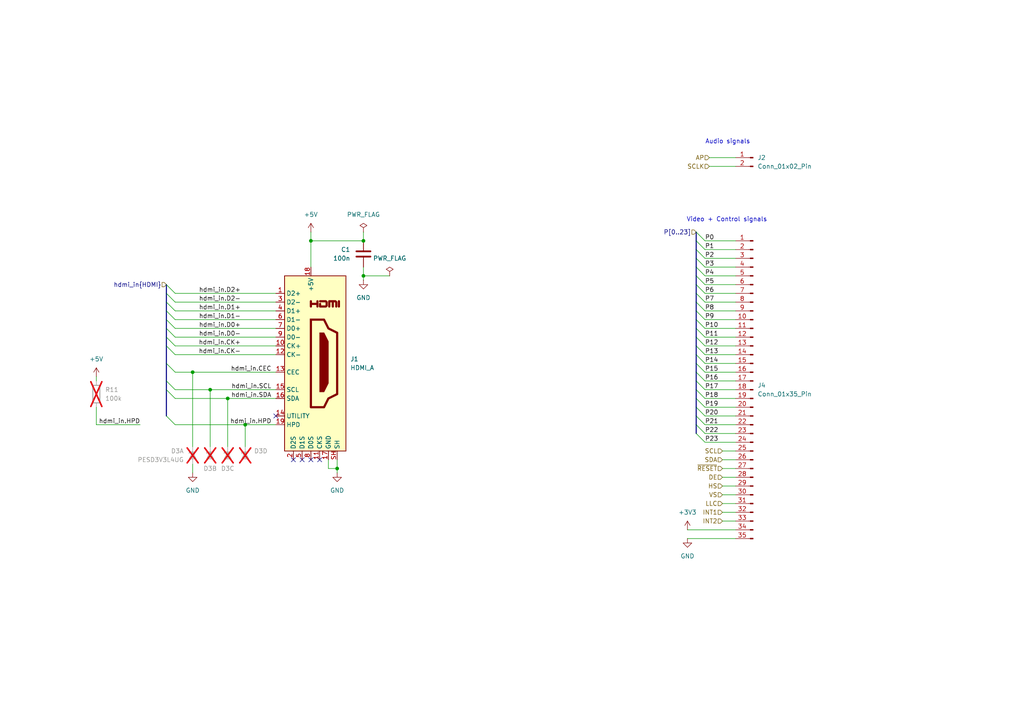
<source format=kicad_sch>
(kicad_sch (version 20231120) (generator "eeschema") (generator_version "8.0")
  (paper "A4")
  (lib_symbols
    (symbol "Connector:Conn_01x02_Pin" (pin_names (offset 1.016) hide)
      (property "Reference" "J" (at 0 2.54 0))
      (property "Value" "Conn_01x02_Pin" (at 0 -5.08 0))
      (symbol "Conn_01x02_Pin_1_1"
        (polyline (pts (xy 1.27 -2.54) (xy 0.8636 -2.54)) (stroke (width 0.1524)))
        (polyline (pts (xy 1.27 0) (xy 0.8636 0)) (stroke (width 0.1524)))
        (rectangle (start 0.8636 -2.413) (end 0 -2.667) (stroke (width 0.1524)) (fill (type outline)))
        (rectangle (start 0.8636 0.127) (end 0 -0.127) (stroke (width 0.1524)) (fill (type outline)))
        (pin passive line (at 5.08 0 180) (length 3.81) (name "Pin_1") (number "1"))
        (pin passive line (at 5.08 -2.54 180) (length 3.81) (name "Pin_2") (number "2"))
      )
    )
    (symbol "Connector:Conn_01x35_Pin" (pin_names (offset 1.016) hide)
      (property "Reference" "J" (at 0 45.72 0))
      (property "Value" "Conn_01x35_Pin" (at 0 -45.72 0))
      (symbol "Conn_01x35_Pin_1_1"
        (polyline (pts (xy 1.27 -43.18) (xy 0.8636 -43.18)) (stroke (width 0.1524)))
        (polyline (pts (xy 1.27 -40.64) (xy 0.8636 -40.64)) (stroke (width 0.1524)))
        (polyline (pts (xy 1.27 -38.1) (xy 0.8636 -38.1)) (stroke (width 0.1524)))
        (polyline (pts (xy 1.27 -35.56) (xy 0.8636 -35.56)) (stroke (width 0.1524)))
        (polyline (pts (xy 1.27 -33.02) (xy 0.8636 -33.02)) (stroke (width 0.1524)))
        (polyline (pts (xy 1.27 -30.48) (xy 0.8636 -30.48)) (stroke (width 0.1524)))
        (polyline (pts (xy 1.27 -27.94) (xy 0.8636 -27.94)) (stroke (width 0.1524)))
        (polyline (pts (xy 1.27 -25.4) (xy 0.8636 -25.4)) (stroke (width 0.1524)))
        (polyline (pts (xy 1.27 -22.86) (xy 0.8636 -22.86)) (stroke (width 0.1524)))
        (polyline (pts (xy 1.27 -20.32) (xy 0.8636 -20.32)) (stroke (width 0.1524)))
        (polyline (pts (xy 1.27 -17.78) (xy 0.8636 -17.78)) (stroke (width 0.1524)))
        (polyline (pts (xy 1.27 -15.24) (xy 0.8636 -15.24)) (stroke (width 0.1524)))
        (polyline (pts (xy 1.27 -12.7) (xy 0.8636 -12.7)) (stroke (width 0.1524)))
        (polyline (pts (xy 1.27 -10.16) (xy 0.8636 -10.16)) (stroke (width 0.1524)))
        (polyline (pts (xy 1.27 -7.62) (xy 0.8636 -7.62)) (stroke (width 0.1524)))
        (polyline (pts (xy 1.27 -5.08) (xy 0.8636 -5.08)) (stroke (width 0.1524)))
        (polyline (pts (xy 1.27 -2.54) (xy 0.8636 -2.54)) (stroke (width 0.1524)))
        (polyline (pts (xy 1.27 0) (xy 0.8636 0)) (stroke (width 0.1524)))
        (polyline (pts (xy 1.27 2.54) (xy 0.8636 2.54)) (stroke (width 0.1524)))
        (polyline (pts (xy 1.27 5.08) (xy 0.8636 5.08)) (stroke (width 0.1524)))
        (polyline (pts (xy 1.27 7.62) (xy 0.8636 7.62)) (stroke (width 0.1524)))
        (polyline (pts (xy 1.27 10.16) (xy 0.8636 10.16)) (stroke (width 0.1524)))
        (polyline (pts (xy 1.27 12.7) (xy 0.8636 12.7)) (stroke (width 0.1524)))
        (polyline (pts (xy 1.27 15.24) (xy 0.8636 15.24)) (stroke (width 0.1524)))
        (polyline (pts (xy 1.27 17.78) (xy 0.8636 17.78)) (stroke (width 0.1524)))
        (polyline (pts (xy 1.27 20.32) (xy 0.8636 20.32)) (stroke (width 0.1524)))
        (polyline (pts (xy 1.27 22.86) (xy 0.8636 22.86)) (stroke (width 0.1524)))
        (polyline (pts (xy 1.27 25.4) (xy 0.8636 25.4)) (stroke (width 0.1524)))
        (polyline (pts (xy 1.27 27.94) (xy 0.8636 27.94)) (stroke (width 0.1524)))
        (polyline (pts (xy 1.27 30.48) (xy 0.8636 30.48)) (stroke (width 0.1524)))
        (polyline (pts (xy 1.27 33.02) (xy 0.8636 33.02)) (stroke (width 0.1524)))
        (polyline (pts (xy 1.27 35.56) (xy 0.8636 35.56)) (stroke (width 0.1524)))
        (polyline (pts (xy 1.27 38.1) (xy 0.8636 38.1)) (stroke (width 0.1524)))
        (polyline (pts (xy 1.27 40.64) (xy 0.8636 40.64)) (stroke (width 0.1524)))
        (polyline (pts (xy 1.27 43.18) (xy 0.8636 43.18)) (stroke (width 0.1524)))
        (rectangle (start 0.8636 -43.053) (end 0 -43.307) (stroke (width 0.1524)) (fill (type outline)))
        (rectangle (start 0.8636 -40.513) (end 0 -40.767) (stroke (width 0.1524)) (fill (type outline)))
        (rectangle (start 0.8636 -37.973) (end 0 -38.227) (stroke (width 0.1524)) (fill (type outline)))
        (rectangle (start 0.8636 -35.433) (end 0 -35.687) (stroke (width 0.1524)) (fill (type outline)))
        (rectangle (start 0.8636 -32.893) (end 0 -33.147) (stroke (width 0.1524)) (fill (type outline)))
        (rectangle (start 0.8636 -30.353) (end 0 -30.607) (stroke (width 0.1524)) (fill (type outline)))
        (rectangle (start 0.8636 -27.813) (end 0 -28.067) (stroke (width 0.1524)) (fill (type outline)))
        (rectangle (start 0.8636 -25.273) (end 0 -25.527) (stroke (width 0.1524)) (fill (type outline)))
        (rectangle (start 0.8636 -22.733) (end 0 -22.987) (stroke (width 0.1524)) (fill (type outline)))
        (rectangle (start 0.8636 -20.193) (end 0 -20.447) (stroke (width 0.1524)) (fill (type outline)))
        (rectangle (start 0.8636 -17.653) (end 0 -17.907) (stroke (width 0.1524)) (fill (type outline)))
        (rectangle (start 0.8636 -15.113) (end 0 -15.367) (stroke (width 0.1524)) (fill (type outline)))
        (rectangle (start 0.8636 -12.573) (end 0 -12.827) (stroke (width 0.1524)) (fill (type outline)))
        (rectangle (start 0.8636 -10.033) (end 0 -10.287) (stroke (width 0.1524)) (fill (type outline)))
        (rectangle (start 0.8636 -7.493) (end 0 -7.747) (stroke (width 0.1524)) (fill (type outline)))
        (rectangle (start 0.8636 -4.953) (end 0 -5.207) (stroke (width 0.1524)) (fill (type outline)))
        (rectangle (start 0.8636 -2.413) (end 0 -2.667) (stroke (width 0.1524)) (fill (type outline)))
        (rectangle (start 0.8636 0.127) (end 0 -0.127) (stroke (width 0.1524)) (fill (type outline)))
        (rectangle (start 0.8636 2.667) (end 0 2.413) (stroke (width 0.1524)) (fill (type outline)))
        (rectangle (start 0.8636 5.207) (end 0 4.953) (stroke (width 0.1524)) (fill (type outline)))
        (rectangle (start 0.8636 7.747) (end 0 7.493) (stroke (width 0.1524)) (fill (type outline)))
        (rectangle (start 0.8636 10.287) (end 0 10.033) (stroke (width 0.1524)) (fill (type outline)))
        (rectangle (start 0.8636 12.827) (end 0 12.573) (stroke (width 0.1524)) (fill (type outline)))
        (rectangle (start 0.8636 15.367) (end 0 15.113) (stroke (width 0.1524)) (fill (type outline)))
        (rectangle (start 0.8636 17.907) (end 0 17.653) (stroke (width 0.1524)) (fill (type outline)))
        (rectangle (start 0.8636 20.447) (end 0 20.193) (stroke (width 0.1524)) (fill (type outline)))
        (rectangle (start 0.8636 22.987) (end 0 22.733) (stroke (width 0.1524)) (fill (type outline)))
        (rectangle (start 0.8636 25.527) (end 0 25.273) (stroke (width 0.1524)) (fill (type outline)))
        (rectangle (start 0.8636 28.067) (end 0 27.813) (stroke (width 0.1524)) (fill (type outline)))
        (rectangle (start 0.8636 30.607) (end 0 30.353) (stroke (width 0.1524)) (fill (type outline)))
        (rectangle (start 0.8636 33.147) (end 0 32.893) (stroke (width 0.1524)) (fill (type outline)))
        (rectangle (start 0.8636 35.687) (end 0 35.433) (stroke (width 0.1524)) (fill (type outline)))
        (rectangle (start 0.8636 38.227) (end 0 37.973) (stroke (width 0.1524)) (fill (type outline)))
        (rectangle (start 0.8636 40.767) (end 0 40.513) (stroke (width 0.1524)) (fill (type outline)))
        (rectangle (start 0.8636 43.307) (end 0 43.053) (stroke (width 0.1524)) (fill (type outline)))
        (pin passive line (at 5.08 43.18 180) (length 3.81) (name "Pin_1") (number "1"))
        (pin passive line (at 5.08 20.32 180) (length 3.81) (name "Pin_10") (number "10"))
        (pin passive line (at 5.08 17.78 180) (length 3.81) (name "Pin_11") (number "11"))
        (pin passive line (at 5.08 15.24 180) (length 3.81) (name "Pin_12") (number "12"))
        (pin passive line (at 5.08 12.7 180) (length 3.81) (name "Pin_13") (number "13"))
        (pin passive line (at 5.08 10.16 180) (length 3.81) (name "Pin_14") (number "14"))
        (pin passive line (at 5.08 7.62 180) (length 3.81) (name "Pin_15") (number "15"))
        (pin passive line (at 5.08 5.08 180) (length 3.81) (name "Pin_16") (number "16"))
        (pin passive line (at 5.08 2.54 180) (length 3.81) (name "Pin_17") (number "17"))
        (pin passive line (at 5.08 0 180) (length 3.81) (name "Pin_18") (number "18"))
        (pin passive line (at 5.08 -2.54 180) (length 3.81) (name "Pin_19") (number "19"))
        (pin passive line (at 5.08 40.64 180) (length 3.81) (name "Pin_2") (number "2"))
        (pin passive line (at 5.08 -5.08 180) (length 3.81) (name "Pin_20") (number "20"))
        (pin passive line (at 5.08 -7.62 180) (length 3.81) (name "Pin_21") (number "21"))
        (pin passive line (at 5.08 -10.16 180) (length 3.81) (name "Pin_22") (number "22"))
        (pin passive line (at 5.08 -12.7 180) (length 3.81) (name "Pin_23") (number "23"))
        (pin passive line (at 5.08 -15.24 180) (length 3.81) (name "Pin_24") (number "24"))
        (pin passive line (at 5.08 -17.78 180) (length 3.81) (name "Pin_25") (number "25"))
        (pin passive line (at 5.08 -20.32 180) (length 3.81) (name "Pin_26") (number "26"))
        (pin passive line (at 5.08 -22.86 180) (length 3.81) (name "Pin_27") (number "27"))
        (pin passive line (at 5.08 -25.4 180) (length 3.81) (name "Pin_28") (number "28"))
        (pin passive line (at 5.08 -27.94 180) (length 3.81) (name "Pin_29") (number "29"))
        (pin passive line (at 5.08 38.1 180) (length 3.81) (name "Pin_3") (number "3"))
        (pin passive line (at 5.08 -30.48 180) (length 3.81) (name "Pin_30") (number "30"))
        (pin passive line (at 5.08 -33.02 180) (length 3.81) (name "Pin_31") (number "31"))
        (pin passive line (at 5.08 -35.56 180) (length 3.81) (name "Pin_32") (number "32"))
        (pin passive line (at 5.08 -38.1 180) (length 3.81) (name "Pin_33") (number "33"))
        (pin passive line (at 5.08 -40.64 180) (length 3.81) (name "Pin_34") (number "34"))
        (pin passive line (at 5.08 -43.18 180) (length 3.81) (name "Pin_35") (number "35"))
        (pin passive line (at 5.08 35.56 180) (length 3.81) (name "Pin_4") (number "4"))
        (pin passive line (at 5.08 33.02 180) (length 3.81) (name "Pin_5") (number "5"))
        (pin passive line (at 5.08 30.48 180) (length 3.81) (name "Pin_6") (number "6"))
        (pin passive line (at 5.08 27.94 180) (length 3.81) (name "Pin_7") (number "7"))
        (pin passive line (at 5.08 25.4 180) (length 3.81) (name "Pin_8") (number "8"))
        (pin passive line (at 5.08 22.86 180) (length 3.81) (name "Pin_9") (number "9"))
      )
    )
    (symbol "Connector:HDMI_A"
      (property "Reference" "J" (at -6.35 26.67 0))
      (property "Value" "HDMI_A" (at 10.16 26.67 0))
      (symbol "HDMI_A_0_0"
        (polyline (pts (xy 8.128 16.51) (xy 8.128 18.034)) (stroke (width 0.635)))
        (polyline (pts (xy 0 16.51) (xy 0 18.034) (xy 0 17.272) (xy 1.905 17.272) (xy 1.905 18.034) (xy 1.905 16.51)) (stroke (width 0.635)))
        (polyline (pts (xy 2.667 18.034) (xy 4.318 18.034) (xy 4.572 17.78) (xy 4.572 16.764) (xy 4.318 16.51) (xy 2.667 16.51) (xy 2.667 17.272)) (stroke (width 0.635)))
      )
      (symbol "HDMI_A_0_1"
        (rectangle (start -7.62 25.4) (end 10.16 -25.4) (stroke (width 0.254)) (fill (type background)))
        (polyline (pts (xy 2.54 8.89) (xy 3.81 8.89) (xy 5.08 6.35) (xy 5.08 -5.715) (xy 3.81 -8.255) (xy 2.54 -8.255) (xy 2.54 8.89)) (fill (type outline)))
        (polyline (pts (xy 5.334 16.51) (xy 5.334 18.034) (xy 6.35 18.034) (xy 6.35 16.51) (xy 6.35 18.034) (xy 7.112 18.034) (xy 7.366 17.78) (xy 7.366 16.51)) (stroke (width 0.635)))
        (polyline (pts (xy 0 12.7) (xy 0 -12.7) (xy 3.81 -12.7) (xy 5.08 -10.16) (xy 7.62 -8.89) (xy 7.62 8.89) (xy 5.08 10.16) (xy 3.81 12.7) (xy 0 12.7)) (stroke (width 0.635)))
      )
      (symbol "HDMI_A_1_1"
        (pin passive line (at -10.16 20.32 0) (length 2.54) (name "D2+") (number "1"))
        (pin passive line (at -10.16 5.08 0) (length 2.54) (name "CK+") (number "10"))
        (pin power_in line (at 2.54 -27.94 90) (length 2.54) (name "CKS") (number "11"))
        (pin passive line (at -10.16 2.54 0) (length 2.54) (name "CK-") (number "12"))
        (pin bidirectional line (at -10.16 -2.54 0) (length 2.54) (name "CEC") (number "13"))
        (pin passive line (at -10.16 -15.24 0) (length 2.54) (name "UTILITY") (number "14"))
        (pin passive line (at -10.16 -7.62 0) (length 2.54) (name "SCL") (number "15"))
        (pin bidirectional line (at -10.16 -10.16 0) (length 2.54) (name "SDA") (number "16"))
        (pin power_in line (at 5.08 -27.94 90) (length 2.54) (name "GND") (number "17"))
        (pin power_in line (at 0 27.94 270) (length 2.54) (name "+5V") (number "18"))
        (pin passive line (at -10.16 -17.78 0) (length 2.54) (name "HPD") (number "19"))
        (pin power_in line (at -5.08 -27.94 90) (length 2.54) (name "D2S") (number "2"))
        (pin passive line (at -10.16 17.78 0) (length 2.54) (name "D2-") (number "3"))
        (pin passive line (at -10.16 15.24 0) (length 2.54) (name "D1+") (number "4"))
        (pin power_in line (at -2.54 -27.94 90) (length 2.54) (name "D1S") (number "5"))
        (pin passive line (at -10.16 12.7 0) (length 2.54) (name "D1-") (number "6"))
        (pin passive line (at -10.16 10.16 0) (length 2.54) (name "D0+") (number "7"))
        (pin power_in line (at 0 -27.94 90) (length 2.54) (name "D0S") (number "8"))
        (pin passive line (at -10.16 7.62 0) (length 2.54) (name "D0-") (number "9"))
        (pin passive line (at 7.62 -27.94 90) (length 2.54) (name "SH") (number "SH"))
      )
    )
    (symbol "Device:C" (pin_numbers hide) (pin_names (offset 0.254))
      (property "Reference" "C" (at 0.635 2.54 0))
      (property "Value" "C" (at 0.635 -2.54 0))
      (symbol "C_0_1"
        (polyline (pts (xy -2.032 -0.762) (xy 2.032 -0.762)) (stroke (width 0.508)))
        (polyline (pts (xy -2.032 0.762) (xy 2.032 0.762)) (stroke (width 0.508)))
      )
      (symbol "C_1_1"
        (pin passive line (at 0 3.81 270) (length 2.794) (name "~") (number "1"))
        (pin passive line (at 0 -3.81 90) (length 2.794) (name "~") (number "2"))
      )
    )
    (symbol "Device:R" (pin_numbers hide) (pin_names (offset 0))
      (property "Reference" "R" (at 2.032 0 90))
      (property "Value" "R" (at 0 0 90))
      (symbol "R_0_1"
        (rectangle (start -1.016 -2.54) (end 1.016 2.54) (stroke (width 0.254)))
      )
      (symbol "R_1_1"
        (pin passive line (at 0 3.81 270) (length 1.27) (name "~") (number "1"))
        (pin passive line (at 0 -3.81 90) (length 1.27) (name "~") (number "2"))
      )
    )
    (symbol "Power_Protection:PESD3V3L4UG" (pin_numbers hide) (pin_names hide)
      (property "Reference" "D" (at 0 2.54 0))
      (property "Value" "PESD3V3L4UG" (at 0 -2.54 0))
      (symbol "PESD3V3L4UG_0_1"
        (polyline (pts (xy -1.016 0) (xy 1.016 0)))
        (polyline (pts (xy -1.016 1.016) (xy -1.016 -1.016) (xy -0.508 -1.016)))
        (polyline (pts (xy 1.016 1.016) (xy -1.016 0) (xy 1.016 -1.016) (xy 1.016 1.016)))
      )
      (symbol "PESD3V3L4UG_1_1"
        (pin passive line (at -2.54 0 0) (length 2.54) (name "K1") (number "1"))
        (pin passive line (at 2.54 0 180) (length 2.54) (name "A") (number "2"))
      )
      (symbol "PESD3V3L4UG_2_1"
        (pin passive line (at -2.54 0 0) (length 2.54) (name "K2") (number "3"))
      )
      (symbol "PESD3V3L4UG_3_1"
        (pin passive line (at -2.54 0 0) (length 2.54) (name "K3") (number "4"))
      )
      (symbol "PESD3V3L4UG_4_1"
        (pin passive line (at -2.54 0 0) (length 2.54) (name "K4") (number "5"))
      )
    )
    (symbol "power:+3V3" (power) (pin_numbers hide) (pin_names (offset 0) hide)
      (property "Value" "+3V3" (at 0 3.556 0))
      (symbol "+3V3_0_1"
        (polyline (pts (xy -0.762 1.27) (xy 0 2.54)))
        (polyline (pts (xy 0 0) (xy 0 2.54)))
        (polyline (pts (xy 0 2.54) (xy 0.762 1.27)))
      )
      (symbol "+3V3_1_1"
        (pin power_in line (at 0 0 90) (length 0) (name "~") (number "1"))
      )
    )
    (symbol "power:+5V" (power) (pin_numbers hide) (pin_names (offset 0) hide)
      (property "Value" "+5V" (at 0 3.556 0))
      (symbol "+5V_0_1"
        (polyline (pts (xy -0.762 1.27) (xy 0 2.54)))
        (polyline (pts (xy 0 0) (xy 0 2.54)))
        (polyline (pts (xy 0 2.54) (xy 0.762 1.27)))
      )
      (symbol "+5V_1_1"
        (pin power_in line (at 0 0 90) (length 0) (name "~") (number "1"))
      )
    )
    (symbol "power:GND" (power) (pin_numbers hide) (pin_names (offset 0) hide)
      (property "Value" "GND" (at 0 -3.81 0))
      (symbol "GND_0_1"
        (polyline (pts (xy 0 0) (xy 0 -1.27) (xy 1.27 -1.27) (xy 0 -2.54) (xy -1.27 -1.27) (xy 0 -1.27)))
      )
      (symbol "GND_1_1"
        (pin power_in line (at 0 0 270) (length 0) (name "~") (number "1"))
      )
    )
    (symbol "power:PWR_FLAG" (power) (pin_numbers hide) (pin_names (offset 0) hide)
      (property "Value" "PWR_FLAG" (at 0 3.81 0))
      (symbol "PWR_FLAG_0_0"
        (pin power_out line (at 0 0 90) (length 0) (name "~") (number "1"))
      )
      (symbol "PWR_FLAG_0_1"
        (polyline (pts (xy 0 0) (xy 0 1.27) (xy -1.016 1.905) (xy 0 2.54) (xy 1.016 1.905) (xy 0 1.27)))
      )
    )
  )
  (junction (at 90.17 69.85))
  (junction (at 55.88 107.95))
  (junction (at 97.79 135.89))
  (junction (at 60.96 113.03))
  (junction (at 105.41 69.85))
  (junction (at 105.41 80.01))
  (junction (at 71.12 123.19))
  (junction (at 66.04 115.57))
  (no_connect (at 87.63 133.35))
  (no_connect (at 90.17 133.35))
  (no_connect (at 80.01 120.65))
  (no_connect (at 85.09 133.35))
  (no_connect (at 92.71 133.35))
  (bus_entry (at 48.26 90.17) (size 2.54 2.54))
  (bus_entry (at 204.47 102.87) (size -2.54 -2.54))
  (bus_entry (at 48.26 110.49) (size 2.54 2.54))
  (bus_entry (at 48.26 97.79) (size 2.54 2.54))
  (bus_entry (at 48.26 113.03) (size 2.54 2.54))
  (bus_entry (at 204.47 128.27) (size -2.54 -2.54))
  (bus_entry (at 204.47 105.41) (size -2.54 -2.54))
  (bus_entry (at 48.26 85.09) (size 2.54 2.54))
  (bus_entry (at 204.47 85.09) (size -2.54 -2.54))
  (bus_entry (at 204.47 97.79) (size -2.54 -2.54))
  (bus_entry (at 48.26 92.71) (size 2.54 2.54))
  (bus_entry (at 48.26 82.55) (size 2.54 2.54))
  (bus_entry (at 48.26 100.33) (size 2.54 2.54))
  (bus_entry (at 48.26 120.65) (size 2.54 2.54))
  (bus_entry (at 204.47 77.47) (size -2.54 -2.54))
  (bus_entry (at 204.47 113.03) (size -2.54 -2.54))
  (bus_entry (at 204.47 92.71) (size -2.54 -2.54))
  (bus_entry (at 204.47 120.65) (size -2.54 -2.54))
  (bus_entry (at 204.47 118.11) (size -2.54 -2.54))
  (bus_entry (at 48.26 95.25) (size 2.54 2.54))
  (bus_entry (at 204.47 95.25) (size -2.54 -2.54))
  (bus_entry (at 204.47 123.19) (size -2.54 -2.54))
  (bus_entry (at 48.26 105.41) (size 2.54 2.54))
  (bus_entry (at 204.47 125.73) (size -2.54 -2.54))
  (bus_entry (at 201.93 67.31) (size 2.54 2.54))
  (bus_entry (at 204.47 87.63) (size -2.54 -2.54))
  (bus_entry (at 204.47 100.33) (size -2.54 -2.54))
  (bus_entry (at 48.26 87.63) (size 2.54 2.54))
  (bus_entry (at 204.47 115.57) (size -2.54 -2.54))
  (bus_entry (at 204.47 80.01) (size -2.54 -2.54))
  (bus_entry (at 204.47 72.39) (size -2.54 -2.54))
  (bus_entry (at 204.47 74.93) (size -2.54 -2.54))
  (bus_entry (at 204.47 110.49) (size -2.54 -2.54))
  (bus_entry (at 204.47 82.55) (size -2.54 -2.54))
  (bus_entry (at 204.47 90.17) (size -2.54 -2.54))
  (bus_entry (at 204.47 107.95) (size -2.54 -2.54))
  (wire (pts (xy 199.39 156.21) (xy 213.36 156.21)))
  (wire (pts (xy 27.94 118.11) (xy 27.94 123.19)))
  (wire (pts (xy 105.41 67.31) (xy 105.41 69.85)))
  (wire (pts (xy 209.55 146.05) (xy 213.36 146.05)))
  (wire (pts (xy 209.55 133.35) (xy 213.36 133.35)))
  (wire (pts (xy 209.55 135.89) (xy 213.36 135.89)))
  (wire (pts (xy 50.8 102.87) (xy 80.01 102.87)))
  (wire (pts (xy 105.41 77.47) (xy 105.41 80.01)))
  (wire (pts (xy 209.55 130.81) (xy 213.36 130.81)))
  (bus (pts (xy 48.26 100.33) (xy 48.26 105.41)))
  (bus (pts (xy 201.93 110.49) (xy 201.93 113.03)))
  (wire (pts (xy 60.96 113.03) (xy 60.96 129.54)))
  (bus (pts (xy 201.93 74.93) (xy 201.93 77.47)))
  (wire (pts (xy 97.79 135.89) (xy 95.25 135.89)))
  (wire (pts (xy 213.36 97.79) (xy 204.47 97.79)))
  (wire (pts (xy 66.04 115.57) (xy 66.04 129.54)))
  (wire (pts (xy 213.36 85.09) (xy 204.47 85.09)))
  (wire (pts (xy 209.55 140.97) (xy 213.36 140.97)))
  (bus (pts (xy 201.93 69.85) (xy 201.93 72.39)))
  (bus (pts (xy 201.93 107.95) (xy 201.93 110.49)))
  (bus (pts (xy 201.93 115.57) (xy 201.93 118.11)))
  (bus (pts (xy 48.26 92.71) (xy 48.26 95.25)))
  (bus (pts (xy 48.26 113.03) (xy 48.26 120.65)))
  (bus (pts (xy 48.26 90.17) (xy 48.26 92.71)))
  (wire (pts (xy 213.36 118.11) (xy 204.47 118.11)))
  (wire (pts (xy 213.36 87.63) (xy 204.47 87.63)))
  (bus (pts (xy 201.93 105.41) (xy 201.93 107.95)))
  (bus (pts (xy 201.93 82.55) (xy 201.93 85.09)))
  (wire (pts (xy 50.8 97.79) (xy 80.01 97.79)))
  (wire (pts (xy 50.8 100.33) (xy 80.01 100.33)))
  (bus (pts (xy 48.26 95.25) (xy 48.26 97.79)))
  (wire (pts (xy 213.36 120.65) (xy 204.47 120.65)))
  (wire (pts (xy 50.8 95.25) (xy 80.01 95.25)))
  (bus (pts (xy 48.26 105.41) (xy 48.26 110.49)))
  (wire (pts (xy 90.17 69.85) (xy 90.17 77.47)))
  (wire (pts (xy 213.36 113.03) (xy 204.47 113.03)))
  (wire (pts (xy 66.04 115.57) (xy 80.01 115.57)))
  (wire (pts (xy 105.41 80.01) (xy 105.41 81.28)))
  (wire (pts (xy 213.36 80.01) (xy 204.47 80.01)))
  (bus (pts (xy 201.93 87.63) (xy 201.93 90.17)))
  (wire (pts (xy 105.41 69.85) (xy 90.17 69.85)))
  (wire (pts (xy 213.36 102.87) (xy 204.47 102.87)))
  (wire (pts (xy 213.36 95.25) (xy 204.47 95.25)))
  (wire (pts (xy 71.12 123.19) (xy 80.01 123.19)))
  (wire (pts (xy 204.47 69.85) (xy 213.36 69.85)))
  (bus (pts (xy 201.93 85.09) (xy 201.93 87.63)))
  (bus (pts (xy 201.93 120.65) (xy 201.93 123.19)))
  (wire (pts (xy 50.8 107.95) (xy 55.88 107.95)))
  (wire (pts (xy 209.55 138.43) (xy 213.36 138.43)))
  (wire (pts (xy 105.41 80.01) (xy 113.03 80.01)))
  (wire (pts (xy 50.8 113.03) (xy 60.96 113.03)))
  (wire (pts (xy 213.36 115.57) (xy 204.47 115.57)))
  (wire (pts (xy 213.36 123.19) (xy 204.47 123.19)))
  (wire (pts (xy 97.79 133.35) (xy 97.79 135.89)))
  (wire (pts (xy 50.8 123.19) (xy 71.12 123.19)))
  (wire (pts (xy 209.55 143.51) (xy 213.36 143.51)))
  (wire (pts (xy 213.36 48.26) (xy 205.74 48.26)))
  (bus (pts (xy 201.93 95.25) (xy 201.93 97.79)))
  (bus (pts (xy 201.93 67.31) (xy 201.93 69.85)))
  (bus (pts (xy 48.26 82.55) (xy 48.26 85.09)))
  (wire (pts (xy 213.36 107.95) (xy 204.47 107.95)))
  (wire (pts (xy 27.94 109.22) (xy 27.94 110.49)))
  (bus (pts (xy 48.26 87.63) (xy 48.26 90.17)))
  (bus (pts (xy 201.93 77.47) (xy 201.93 80.01)))
  (wire (pts (xy 213.36 110.49) (xy 204.47 110.49)))
  (wire (pts (xy 97.79 135.89) (xy 97.79 137.16)))
  (wire (pts (xy 50.8 85.09) (xy 80.01 85.09)))
  (wire (pts (xy 213.36 105.41) (xy 204.47 105.41)))
  (wire (pts (xy 199.39 153.67) (xy 213.36 153.67)))
  (bus (pts (xy 48.26 110.49) (xy 48.26 113.03)))
  (bus (pts (xy 201.93 90.17) (xy 201.93 92.71)))
  (bus (pts (xy 201.93 113.03) (xy 201.93 115.57)))
  (wire (pts (xy 213.36 74.93) (xy 204.47 74.93)))
  (bus (pts (xy 201.93 97.79) (xy 201.93 100.33)))
  (bus (pts (xy 201.93 72.39) (xy 201.93 74.93)))
  (bus (pts (xy 201.93 118.11) (xy 201.93 120.65)))
  (wire (pts (xy 209.55 151.13) (xy 213.36 151.13)))
  (wire (pts (xy 55.88 107.95) (xy 80.01 107.95)))
  (wire (pts (xy 55.88 134.62) (xy 55.88 137.16)))
  (bus (pts (xy 48.26 85.09) (xy 48.26 87.63)))
  (wire (pts (xy 95.25 133.35) (xy 95.25 135.89)))
  (bus (pts (xy 201.93 100.33) (xy 201.93 102.87)))
  (wire (pts (xy 60.96 113.03) (xy 80.01 113.03)))
  (bus (pts (xy 201.93 80.01) (xy 201.93 82.55)))
  (wire (pts (xy 213.36 45.72) (xy 205.74 45.72)))
  (bus (pts (xy 201.93 102.87) (xy 201.93 105.41)))
  (wire (pts (xy 213.36 100.33) (xy 204.47 100.33)))
  (wire (pts (xy 50.8 115.57) (xy 66.04 115.57)))
  (wire (pts (xy 204.47 72.39) (xy 213.36 72.39)))
  (bus (pts (xy 201.93 123.19) (xy 201.93 125.73)))
  (bus (pts (xy 48.26 97.79) (xy 48.26 100.33)))
  (wire (pts (xy 40.64 123.19) (xy 27.94 123.19)))
  (wire (pts (xy 213.36 90.17) (xy 204.47 90.17)))
  (wire (pts (xy 209.55 148.59) (xy 213.36 148.59)))
  (wire (pts (xy 90.17 67.31) (xy 90.17 69.85)))
  (wire (pts (xy 71.12 123.19) (xy 71.12 129.54)))
  (wire (pts (xy 50.8 90.17) (xy 80.01 90.17)))
  (wire (pts (xy 213.36 128.27) (xy 204.47 128.27)))
  (bus (pts (xy 201.93 92.71) (xy 201.93 95.25)))
  (wire (pts (xy 213.36 82.55) (xy 204.47 82.55)))
  (wire (pts (xy 213.36 77.47) (xy 204.47 77.47)))
  (wire (pts (xy 55.88 129.54) (xy 55.88 107.95)))
  (wire (pts (xy 213.36 92.71) (xy 204.47 92.71)))
  (wire (pts (xy 50.8 87.63) (xy 80.01 87.63)))
  (wire (pts (xy 213.36 125.73) (xy 204.47 125.73)))
  (wire (pts (xy 50.8 92.71) (xy 80.01 92.71)))
  (text "Audio signals" (at 211.074 41.148 0) (effects (font (size 1.27 1.27))))
  (text "Video + Control signals" (at 210.82 63.754 0) (effects (font (size 1.27 1.27))))
  (label "P18" (at 204.47 115.57 0))
  (label "P9" (at 204.47 92.71 0))
  (label "P20" (at 204.47 120.65 0))
  (label "P0" (at 204.47 69.85 0))
  (label "hdmi_in.HPD" (at 78.74 123.19 180))
  (label "P17" (at 204.47 113.03 0))
  (label "hdmi_in.D0-" (at 69.85 97.79 180))
  (label "P3" (at 204.47 77.47 0))
  (label "P6" (at 204.47 85.09 0))
  (label "hdmi_in.CK+" (at 69.85 100.33 180))
  (label "hdmi_in.D2-" (at 69.85 87.63 180))
  (label "P10" (at 204.47 95.25 0))
  (label "P16" (at 204.47 110.49 0))
  (label "P1" (at 204.47 72.39 0))
  (label "P21" (at 204.47 123.19 0))
  (label "P4" (at 204.47 80.01 0))
  (label "P23" (at 204.47 128.27 0))
  (label "hdmi_in.D1+" (at 69.85 90.17 180))
  (label "P15" (at 204.47 107.95 0))
  (label "P8" (at 204.47 90.17 0))
  (label "hdmi_in.D1-" (at 69.85 92.71 180))
  (label "hdmi_in.HPD" (at 40.64 123.19 180))
  (label "P22" (at 204.47 125.73 0))
  (label "hdmi_in.CK-" (at 69.85 102.87 180))
  (label "P5" (at 204.47 82.55 0))
  (label "P19" (at 204.47 118.11 0))
  (label "P11" (at 204.47 97.79 0))
  (label "P12" (at 204.47 100.33 0))
  (label "hdmi_in.D0+" (at 69.85 95.25 180))
  (label "hdmi_in.SCL" (at 78.74 113.03 180))
  (label "P13" (at 204.47 102.87 0))
  (label "hdmi_in.D2+" (at 69.85 85.09 180))
  (label "hdmi_in.CEC" (at 78.74 107.95 180))
  (label "P14" (at 204.47 105.41 0))
  (label "hdmi_in.SDA" (at 78.74 115.57 180))
  (label "P7" (at 204.47 87.63 0))
  (label "P2" (at 204.47 74.93 0))
  (hierarchical_label "SCL" (shape input) (at 209.55 130.81 180))
  (hierarchical_label "AP" (shape input) (at 205.74 45.72 180))
  (hierarchical_label "P[0..23]" (shape input) (at 201.93 67.31 180))
  (hierarchical_label "~{RESET}" (shape input) (at 209.55 135.89 180))
  (hierarchical_label "INT2" (shape input) (at 209.55 151.13 180))
  (hierarchical_label "DE" (shape input) (at 209.55 138.43 180))
  (hierarchical_label "VS" (shape input) (at 209.55 143.51 180))
  (hierarchical_label "SDA" (shape input) (at 209.55 133.35 180))
  (hierarchical_label "LLC" (shape input) (at 209.55 146.05 180))
  (hierarchical_label "HS" (shape input) (at 209.55 140.97 180))
  (hierarchical_label "hdmi_in{HDMI}" (shape input) (at 48.26 82.55 180))
  (hierarchical_label "INT1" (shape input) (at 209.55 148.59 180))
  (hierarchical_label "SCLK" (shape input) (at 205.74 48.26 180))
  (symbol (lib_id "Connector:HDMI_A") (at 90.17 105.41 0) (unit 1)
    (property "Reference" "J1" (at 101.6 104.1399 0) (effects (justify left)))
    (property "Value" "HDMI_A" (at 101.6 106.6799 0) (effects (justify left)))
    (property "Datasheet" "https://en.wikipedia.org/wiki/HDMI" (effects (hide yes)))
    (property "Description" "HDMI type A connector" (effects (hide yes)))
  )
  (symbol (lib_id "power:PWR_FLAG") (at 113.03 80.01 0) (unit 1)
    (property "Reference" "#FLG02" (effects (hide yes)))
    (property "Value" "PWR_FLAG" (at 113.03 74.93 0))
    (property "Description" "Special symbol for telling ERC where power comes from" (effects (hide yes)))
  )
  (symbol (lib_id "power:GND") (at 97.79 137.16 0) (mirror y) (unit 1)
    (property "Reference" "#PWR02" (effects (hide yes)))
    (property "Value" "GND" (at 97.79 142.24 0))
    (property "Description" "Power symbol creates a global label with name \"GND\" , ground" (effects (hide yes)))
  )
  (symbol (lib_id "Connector:Conn_01x02_Pin") (at 218.44 45.72 0) (mirror y) (unit 1)
    (property "Reference" "J2" (at 219.71 45.7199 0) (effects (justify right)))
    (property "Value" "Conn_01x02_Pin" (at 219.71 48.2599 0) (effects (justify right)))
    (property "Description" "Generic connector, single row, 01x02, script generated" (effects (hide yes)))
  )
  (symbol (lib_id "power:GND") (at 55.88 137.16 0) (mirror y) (unit 1)
    (property "Reference" "#PWR053" (effects (hide yes)))
    (property "Value" "GND" (at 55.88 142.24 0))
    (property "Description" "Power symbol creates a global label with name \"GND\" , ground" (effects (hide yes)))
  )
  (symbol (lib_id "Device:C") (at 105.41 73.66 0) (mirror y) (unit 1)
    (property "Reference" "C1" (at 101.6 72.3899 0) (effects (justify left)))
    (property "Value" "100n" (at 101.6 74.9299 0) (effects (justify left)))
    (property "Description" "Unpolarized capacitor" (effects (hide yes)))
  )
  (symbol (lib_id "power:GND") (at 199.39 156.21 0) (unit 1)
    (property "Reference" "#PWR039" (effects (hide yes)))
    (property "Value" "GND" (at 199.39 161.29 0))
    (property "Description" "Power symbol creates a global label with name \"GND\" , ground" (effects (hide yes)))
  )
  (symbol (lib_id "Power_Protection:PESD3V3L4UG") (at 55.88 132.08 270) (unit 1) (in_bom no) (dnp yes)
    (property "Reference" "D3" (at 53.34 130.8099 90) (effects (justify right)))
    (property "Value" "PESD3V3L4UG" (at 53.34 133.3499 90) (effects (justify right)))
    (property "Footprint" "Package_TO_SOT_SMD:SOT-353_SC-70-5" (effects (hide yes)))
    (property "Datasheet" "https://assets.nexperia.com/documents/data-sheet/PESDXL4UF_G_W.pdf" (effects (hide yes)))
    (property "Description" "Low capacitance unidirectional quadruple ESD protection diode array, 3.3V, Common Anode, SOT-353" (effects (hide yes)))
  )
  (symbol (lib_id "power:+3V3") (at 199.39 153.67 0) (unit 1)
    (property "Reference" "#PWR040" (effects (hide yes)))
    (property "Value" "+3V3" (at 199.39 148.59 0))
    (property "Description" "Power symbol creates a global label with name \"+3V3\"" (effects (hide yes)))
  )
  (symbol (lib_id "power:+5V") (at 27.94 109.22 0) (unit 1)
    (property "Reference" "#PWR038" (effects (hide yes)))
    (property "Value" "+5V" (at 27.94 104.14 0))
    (property "Description" "Power symbol creates a global label with name \"+5V\"" (effects (hide yes)))
  )
  (symbol (lib_id "Connector:Conn_01x35_Pin") (at 218.44 113.03 0) (mirror y) (unit 1)
    (property "Reference" "J4" (at 219.71 111.7599 0) (effects (justify right)))
    (property "Value" "Conn_01x35_Pin" (at 219.71 114.2999 0) (effects (justify right)))
    (property "Description" "Generic connector, single row, 01x35, script generated" (effects (hide yes)))
  )
  (symbol (lib_id "Power_Protection:PESD3V3L4UG") (at 60.96 132.08 270) (unit 2) (in_bom no) (dnp yes)
    (property "Reference" "D3" (at 60.96 135.89 90))
    (property "Value" "PESD3V3L4UG" (effects (hide yes)))
    (property "Footprint" "Package_TO_SOT_SMD:SOT-353_SC-70-5" (effects (hide yes)))
    (property "Datasheet" "https://assets.nexperia.com/documents/data-sheet/PESDXL4UF_G_W.pdf" (effects (hide yes)))
    (property "Description" "Low capacitance unidirectional quadruple ESD protection diode array, 3.3V, Common Anode, SOT-353" (effects (hide yes)))
  )
  (symbol (lib_id "power:PWR_FLAG") (at 105.41 67.31 0) (unit 1)
    (property "Reference" "#FLG01" (effects (hide yes)))
    (property "Value" "PWR_FLAG" (at 105.41 62.23 0))
    (property "Description" "Special symbol for telling ERC where power comes from" (effects (hide yes)))
  )
  (symbol (lib_id "Power_Protection:PESD3V3L4UG") (at 71.12 132.08 270) (unit 4) (in_bom no) (dnp yes)
    (property "Reference" "D3" (at 73.66 130.8099 90) (effects (justify left)))
    (property "Value" "PESD3V3L4UG" (effects (hide yes)))
    (property "Footprint" "Package_TO_SOT_SMD:SOT-353_SC-70-5" (effects (hide yes)))
    (property "Datasheet" "https://assets.nexperia.com/documents/data-sheet/PESDXL4UF_G_W.pdf" (effects (hide yes)))
    (property "Description" "Low capacitance unidirectional quadruple ESD protection diode array, 3.3V, Common Anode, SOT-353" (effects (hide yes)))
  )
  (symbol (lib_id "power:GND") (at 105.41 81.28 0) (mirror y) (unit 1)
    (property "Reference" "#PWR01" (effects (hide yes)))
    (property "Value" "GND" (at 105.41 86.36 0))
    (property "Description" "Power symbol creates a global label with name \"GND\" , ground" (effects (hide yes)))
  )
  (symbol (lib_id "power:+5V") (at 90.17 67.31 0) (mirror y) (unit 1)
    (property "Reference" "#PWR03" (effects (hide yes)))
    (property "Value" "+5V" (at 90.17 62.23 0))
    (property "Description" "Power symbol creates a global label with name \"+5V\"" (effects (hide yes)))
  )
  (symbol (lib_id "Power_Protection:PESD3V3L4UG") (at 66.04 132.08 270) (unit 3) (in_bom no) (dnp yes)
    (property "Reference" "D3" (at 66.04 135.89 90))
    (property "Value" "PESD3V3L4UG" (effects (hide yes)))
    (property "Footprint" "Package_TO_SOT_SMD:SOT-353_SC-70-5" (effects (hide yes)))
    (property "Datasheet" "https://assets.nexperia.com/documents/data-sheet/PESDXL4UF_G_W.pdf" (effects (hide yes)))
    (property "Description" "Low capacitance unidirectional quadruple ESD protection diode array, 3.3V, Common Anode, SOT-353" (effects (hide yes)))
  )
  (symbol (lib_id "Device:R") (at 27.94 114.3 0) (unit 1) (in_bom no) (dnp yes)
    (property "Reference" "R11" (at 30.48 113.0299 0) (effects (justify left)))
    (property "Value" "100k" (at 30.48 115.5699 0) (effects (justify left)))
    (property "Description" "Resistor" (effects (hide yes)))
  )
)
</source>
